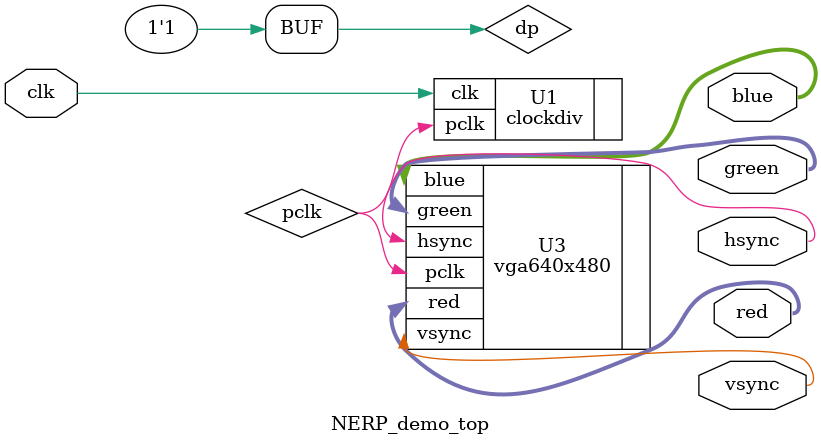
<source format=v>
`timescale 1ns / 1ps
module NERP_demo_top(
	input wire clk,			//master clock = 100MHz
	output wire [2:0] red,	//red vga output - 3 bits
	output wire [2:0] green,//green vga output - 3 bits
	output wire [1:0] blue,	//blue vga output - 2 bits
	output wire hsync,		//horizontal sync out
	output wire vsync			//vertical sync out
	);

// VGA display clock interconnect
wire dclk;

// disable the 7-segment decimal points
assign dp = 1;

// generate 7-segment clock & display clock
clockdiv U1(
	.clk(clk),
	.pclk(pclk)
	);

// VGA controller
vga640x480 U3(
	.pclk(pclk),
	.hsync(hsync),
	.vsync(vsync),
	.red(red),
	.green(green),
	.blue(blue)
	);

endmodule

</source>
